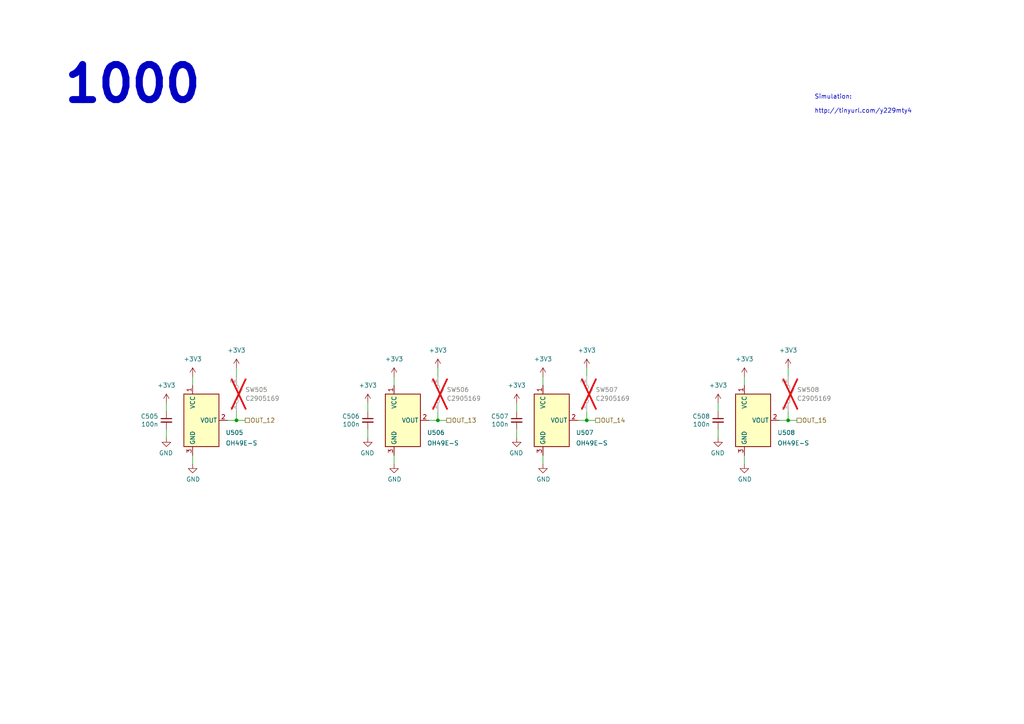
<source format=kicad_sch>
(kicad_sch (version 20231120) (generator "eeschema") (generator_version "8.0")
  (paper "A4")
  (lib_symbols
    (symbol "Sensor_Magnetic:A1301KLHLT-T"
      (property "Reference" "U" (at 0 11.43 0))
      (property "Value" "A1301KLHLT-T" (at 0 8.89 0))
      (symbol "A1301KLHLT-T_0_1"
        (rectangle (start -5.08 7.62) (end 5.08 -7.62) (stroke (width 0.254)) (fill (type background)))
      )
      (symbol "A1301KLHLT-T_1_1"
        (pin power_in line (at -2.54 10.16 270) (length 2.54) (name "VCC") (number "1"))
        (pin output line (at 7.62 0 180) (length 2.54) (name "VOUT") (number "2"))
        (pin power_in line (at -2.54 -10.16 90) (length 2.54) (name "GND") (number "3"))
      )
    )
    (symbol "Switch:SW_SPST" (pin_names (offset 0) hide)
      (property "Reference" "SW" (at 0 3.175 0))
      (property "Value" "SW_SPST" (at 0 -2.54 0))
      (symbol "SW_SPST_0_0"
        (circle (center -2.032 0) (radius 0.508))
        (polyline (pts (xy -1.524 0.254) (xy 1.524 1.778)))
        (circle (center 2.032 0) (radius 0.508))
      )
      (symbol "SW_SPST_1_1"
        (pin passive line (at -5.08 0 0) (length 2.54) (name "A") (number "1"))
        (pin passive line (at 5.08 0 180) (length 2.54) (name "B") (number "2"))
      )
    )
    (symbol "power:+3V3" (power) (pin_names (offset 0))
      (property "Value" "+3V3" (at 0 3.556 0))
      (symbol "+3V3_0_1"
        (polyline (pts (xy -0.762 1.27) (xy 0 2.54)))
        (polyline (pts (xy 0 0) (xy 0 2.54)))
        (polyline (pts (xy 0 2.54) (xy 0.762 1.27)))
      )
      (symbol "+3V3_1_1"
        (pin power_in line (at 0 0 90) (length 0) hide (name "+3V3") (number "1"))
      )
    )
    (symbol "power:GND" (power) (pin_names (offset 0))
      (property "Value" "GND" (at 0 -3.81 0))
      (symbol "GND_0_1"
        (polyline (pts (xy 0 0) (xy 0 -1.27) (xy 1.27 -1.27) (xy 0 -2.54) (xy -1.27 -1.27) (xy 0 -1.27)))
      )
      (symbol "GND_1_1"
        (pin power_in line (at 0 0 270) (length 0) hide (name "GND") (number "1"))
      )
    )
    (symbol "suku_basics:CAP" (pin_numbers hide) (pin_names (offset 0.254) hide)
      (property "Reference" "C" (at 0.254 1.778 0))
      (symbol "CAP_0_1"
        (polyline (pts (xy -1.524 -0.508) (xy 1.524 -0.508)) (stroke (width 0.3302)))
        (polyline (pts (xy -1.524 0.508) (xy 1.524 0.508)) (stroke (width 0.3048)))
      )
      (symbol "CAP_1_1"
        (pin passive line (at 0 2.54 270) (length 2.032) (name "~") (number "1"))
        (pin passive line (at 0 -2.54 90) (length 2.032) (name "~") (number "2"))
      )
    )
  )
  (junction (at 68.58 121.92))
  (junction (at 170.18 121.92))
  (junction (at 127 121.92))
  (junction (at 228.6 121.92))
  (wire (pts (xy 157.48 109.22) (xy 157.48 111.76)))
  (wire (pts (xy 228.6 106.68) (xy 228.6 109.22)))
  (wire (pts (xy 106.68 116.84) (xy 106.68 119.38)))
  (wire (pts (xy 55.88 132.08) (xy 55.88 134.62)))
  (wire (pts (xy 55.88 109.22) (xy 55.88 111.76)))
  (wire (pts (xy 167.64 121.92) (xy 170.18 121.92)))
  (wire (pts (xy 68.58 121.92) (xy 71.12 121.92)))
  (wire (pts (xy 127 119.38) (xy 127 121.92)))
  (wire (pts (xy 66.04 121.92) (xy 68.58 121.92)))
  (wire (pts (xy 208.28 127) (xy 208.28 124.46)))
  (wire (pts (xy 170.18 119.38) (xy 170.18 121.92)))
  (wire (pts (xy 68.58 106.68) (xy 68.58 109.22)))
  (wire (pts (xy 48.26 116.84) (xy 48.26 119.38)))
  (wire (pts (xy 68.58 119.38) (xy 68.58 121.92)))
  (wire (pts (xy 215.9 109.22) (xy 215.9 111.76)))
  (wire (pts (xy 127 121.92) (xy 129.54 121.92)))
  (wire (pts (xy 106.68 127) (xy 106.68 124.46)))
  (wire (pts (xy 127 106.68) (xy 127 109.22)))
  (wire (pts (xy 157.48 132.08) (xy 157.48 134.62)))
  (wire (pts (xy 149.86 127) (xy 149.86 124.46)))
  (wire (pts (xy 170.18 121.92) (xy 172.72 121.92)))
  (wire (pts (xy 228.6 119.38) (xy 228.6 121.92)))
  (wire (pts (xy 149.86 116.84) (xy 149.86 119.38)))
  (wire (pts (xy 48.26 127) (xy 48.26 124.46)))
  (wire (pts (xy 114.3 109.22) (xy 114.3 111.76)))
  (wire (pts (xy 170.18 106.68) (xy 170.18 109.22)))
  (wire (pts (xy 124.46 121.92) (xy 127 121.92)))
  (wire (pts (xy 226.06 121.92) (xy 228.6 121.92)))
  (wire (pts (xy 228.6 121.92) (xy 231.14 121.92)))
  (wire (pts (xy 114.3 132.08) (xy 114.3 134.62)))
  (wire (pts (xy 215.9 132.08) (xy 215.9 134.62)))
  (wire (pts (xy 208.28 116.84) (xy 208.28 119.38)))
  (text "1000" (at 17.78 30.48 0) (effects (font (size 10.16 10.16) (thickness 2.032) (bold yes)) (justify left bottom)))
  (text "Simulation:\n\nhttp://tinyurl.com/y229mty4" (at 236.22 33.02 0) (effects (font (size 1.27 1.27)) (justify left bottom)))
  (hierarchical_label "OUT_14" (shape passive) (at 172.72 121.92 0))
  (hierarchical_label "OUT_15" (shape passive) (at 231.14 121.92 0))
  (hierarchical_label "OUT_13" (shape passive) (at 129.54 121.92 0))
  (hierarchical_label "OUT_12" (shape passive) (at 71.12 121.92 0))
  (symbol (lib_id "Sensor_Magnetic:A1301KLHLT-T") (at 218.44 121.92 0) (unit 1)
    (property "Reference" "U508" (at 230.632 125.476 0) (effects (justify right)))
    (property "Value" "OH49E-S" (at 234.696 128.524 0) (effects (justify right)))
    (property "Footprint" "suku_basics:SOT-23W" (effects (hide yes)))
    (property "Datasheet" "http://www.allegromicro.com/~/media/Files/Datasheets/A1301-2-Datasheet.ashx" (effects (hide yes)))
    (property "Part" "C85573" (effects (hide yes)))
  )
  (symbol (lib_id "power:GND") (at 55.88 134.62 0) (unit 1)
    (property "Reference" "#PWR0553" (effects (hide yes)))
    (property "Value" "GND" (at 56.007 139.0142 0))
  )
  (symbol (lib_id "power:+3V3") (at 48.26 116.84 0) (unit 1)
    (property "Reference" "#PWR0545" (effects (hide yes)))
    (property "Value" "+3V3" (at 48.26 111.76 0))
  )
  (symbol (lib_id "Switch:SW_SPST") (at 228.6 114.3 270) (mirror x) (unit 1) (dnp yes)
    (property "Reference" "SW508" (at 231.14 113.0299 90) (effects (justify left)))
    (property "Value" "C2905169" (at 231.14 115.5699 90) (effects (justify left)))
    (property "Footprint" "suku_basics:gateron-low-profile" (effects (hide yes)))
  )
  (symbol (lib_id "power:+3V3") (at 157.48 109.22 0) (unit 1)
    (property "Reference" "#PWR0543" (effects (hide yes)))
    (property "Value" "+3V3" (at 157.48 104.14 0))
  )
  (symbol (lib_id "power:+3V3") (at 208.28 116.84 0) (unit 1)
    (property "Reference" "#PWR0548" (effects (hide yes)))
    (property "Value" "+3V3" (at 208.28 111.76 0))
  )
  (symbol (lib_id "Switch:SW_SPST") (at 68.58 114.3 270) (mirror x) (unit 1) (dnp yes)
    (property "Reference" "SW505" (at 71.12 113.0299 90) (effects (justify left)))
    (property "Value" "C2905169" (at 71.12 115.5699 90) (effects (justify left)))
    (property "Footprint" "suku_basics:gateron-low-profile" (effects (hide yes)))
  )
  (symbol (lib_id "power:GND") (at 149.86 127 0) (mirror y) (unit 1)
    (property "Reference" "#PWR0551" (effects (hide yes)))
    (property "Value" "GND" (at 149.733 131.3942 0))
  )
  (symbol (lib_id "power:+3V3") (at 170.18 106.68 0) (unit 1)
    (property "Reference" "#PWR0539" (effects (hide yes)))
    (property "Value" "+3V3" (at 170.18 101.6 0))
  )
  (symbol (lib_id "power:+3V3") (at 149.86 116.84 0) (unit 1)
    (property "Reference" "#PWR0547" (effects (hide yes)))
    (property "Value" "+3V3" (at 149.86 111.76 0))
  )
  (symbol (lib_id "power:GND") (at 157.48 134.62 0) (unit 1)
    (property "Reference" "#PWR0555" (effects (hide yes)))
    (property "Value" "GND" (at 157.607 139.0142 0))
  )
  (symbol (lib_id "power:+3V3") (at 106.68 116.84 0) (unit 1)
    (property "Reference" "#PWR0546" (effects (hide yes)))
    (property "Value" "+3V3" (at 106.68 111.76 0))
  )
  (symbol (lib_id "suku_basics:CAP") (at 208.28 121.92 0) (mirror y) (unit 1)
    (property "Reference" "C508" (at 205.9432 120.7516 0) (effects (justify left)))
    (property "Value" "100n" (at 205.9432 123.063 0) (effects (justify left)))
    (property "Footprint" "suku_basics:CAP_0402" (effects (hide yes)))
  )
  (symbol (lib_id "power:+3V3") (at 68.58 106.68 0) (unit 1)
    (property "Reference" "#PWR0537" (effects (hide yes)))
    (property "Value" "+3V3" (at 68.58 101.6 0))
  )
  (symbol (lib_id "Sensor_Magnetic:A1301KLHLT-T") (at 116.84 121.92 0) (unit 1)
    (property "Reference" "U506" (at 129.032 125.476 0) (effects (justify right)))
    (property "Value" "OH49E-S" (at 133.096 128.524 0) (effects (justify right)))
    (property "Footprint" "suku_basics:SOT-23W" (effects (hide yes)))
    (property "Datasheet" "http://www.allegromicro.com/~/media/Files/Datasheets/A1301-2-Datasheet.ashx" (effects (hide yes)))
    (property "Part" "C85573" (effects (hide yes)))
  )
  (symbol (lib_id "suku_basics:CAP") (at 149.86 121.92 0) (mirror y) (unit 1)
    (property "Reference" "C507" (at 147.5232 120.7516 0) (effects (justify left)))
    (property "Value" "100n" (at 147.5232 123.063 0) (effects (justify left)))
    (property "Footprint" "suku_basics:CAP_0402" (effects (hide yes)))
  )
  (symbol (lib_id "power:+3V3") (at 127 106.68 0) (unit 1)
    (property "Reference" "#PWR0538" (effects (hide yes)))
    (property "Value" "+3V3" (at 127 101.6 0))
  )
  (symbol (lib_id "power:+3V3") (at 55.88 109.22 0) (unit 1)
    (property "Reference" "#PWR0541" (effects (hide yes)))
    (property "Value" "+3V3" (at 55.88 104.14 0))
  )
  (symbol (lib_id "suku_basics:CAP") (at 106.68 121.92 0) (mirror y) (unit 1)
    (property "Reference" "C506" (at 104.3432 120.7516 0) (effects (justify left)))
    (property "Value" "100n" (at 104.3432 123.063 0) (effects (justify left)))
    (property "Footprint" "suku_basics:CAP_0402" (effects (hide yes)))
  )
  (symbol (lib_id "power:+3V3") (at 215.9 109.22 0) (unit 1)
    (property "Reference" "#PWR0544" (effects (hide yes)))
    (property "Value" "+3V3" (at 215.9 104.14 0))
  )
  (symbol (lib_id "power:GND") (at 48.26 127 0) (mirror y) (unit 1)
    (property "Reference" "#PWR0549" (effects (hide yes)))
    (property "Value" "GND" (at 48.133 131.3942 0))
  )
  (symbol (lib_id "power:+3V3") (at 228.6 106.68 0) (unit 1)
    (property "Reference" "#PWR0540" (effects (hide yes)))
    (property "Value" "+3V3" (at 228.6 101.6 0))
  )
  (symbol (lib_id "power:GND") (at 215.9 134.62 0) (unit 1)
    (property "Reference" "#PWR0556" (effects (hide yes)))
    (property "Value" "GND" (at 216.027 139.0142 0))
  )
  (symbol (lib_id "Sensor_Magnetic:A1301KLHLT-T") (at 160.02 121.92 0) (unit 1)
    (property "Reference" "U507" (at 172.212 125.476 0) (effects (justify right)))
    (property "Value" "OH49E-S" (at 176.276 128.524 0) (effects (justify right)))
    (property "Footprint" "suku_basics:SOT-23W" (effects (hide yes)))
    (property "Datasheet" "http://www.allegromicro.com/~/media/Files/Datasheets/A1301-2-Datasheet.ashx" (effects (hide yes)))
    (property "Part" "C85573" (effects (hide yes)))
  )
  (symbol (lib_id "power:GND") (at 114.3 134.62 0) (unit 1)
    (property "Reference" "#PWR0554" (effects (hide yes)))
    (property "Value" "GND" (at 114.427 139.0142 0))
  )
  (symbol (lib_id "suku_basics:CAP") (at 48.26 121.92 0) (mirror y) (unit 1)
    (property "Reference" "C505" (at 45.9232 120.7516 0) (effects (justify left)))
    (property "Value" "100n" (at 45.9232 123.063 0) (effects (justify left)))
    (property "Footprint" "suku_basics:CAP_0402" (effects (hide yes)))
  )
  (symbol (lib_id "power:GND") (at 106.68 127 0) (mirror y) (unit 1)
    (property "Reference" "#PWR0550" (effects (hide yes)))
    (property "Value" "GND" (at 106.553 131.3942 0))
  )
  (symbol (lib_id "power:GND") (at 208.28 127 0) (mirror y) (unit 1)
    (property "Reference" "#PWR0552" (effects (hide yes)))
    (property "Value" "GND" (at 208.153 131.3942 0))
  )
  (symbol (lib_id "Sensor_Magnetic:A1301KLHLT-T") (at 58.42 121.92 0) (unit 1)
    (property "Reference" "U505" (at 70.612 125.476 0) (effects (justify right)))
    (property "Value" "OH49E-S" (at 74.676 128.524 0) (effects (justify right)))
    (property "Footprint" "suku_basics:SOT-23W" (effects (hide yes)))
    (property "Datasheet" "http://www.allegromicro.com/~/media/Files/Datasheets/A1301-2-Datasheet.ashx" (effects (hide yes)))
    (property "Part" "C85573" (effects (hide yes)))
  )
  (symbol (lib_id "Switch:SW_SPST") (at 127 114.3 270) (mirror x) (unit 1) (dnp yes)
    (property "Reference" "SW506" (at 129.54 113.0299 90) (effects (justify left)))
    (property "Value" "C2905169" (at 129.54 115.5699 90) (effects (justify left)))
    (property "Footprint" "suku_basics:gateron-low-profile" (effects (hide yes)))
  )
  (symbol (lib_id "Switch:SW_SPST") (at 170.18 114.3 270) (mirror x) (unit 1) (dnp yes)
    (property "Reference" "SW507" (at 172.72 113.0299 90) (effects (justify left)))
    (property "Value" "C2905169" (at 172.72 115.5699 90) (effects (justify left)))
    (property "Footprint" "suku_basics:gateron-low-profile" (effects (hide yes)))
  )
  (symbol (lib_id "power:+3V3") (at 114.3 109.22 0) (unit 1)
    (property "Reference" "#PWR0542" (effects (hide yes)))
    (property "Value" "+3V3" (at 114.3 104.14 0))
  )
)
</source>
